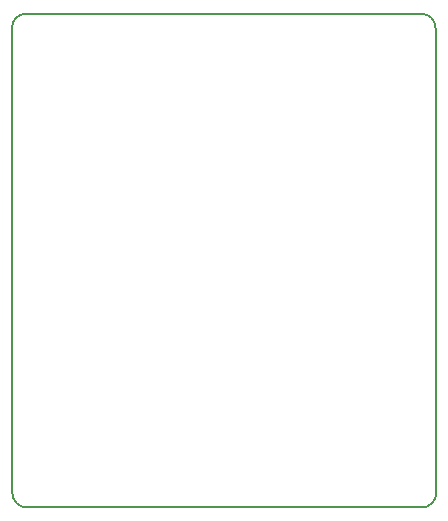
<source format=gbr>
%TF.GenerationSoftware,KiCad,Pcbnew,(6.99.0-1594-g5bf163de80)*%
%TF.CreationDate,2022-06-08T17:32:02-04:00*%
%TF.ProjectId,nrf52840,6e726635-3238-4343-902e-6b696361645f,v1.0*%
%TF.SameCoordinates,Original*%
%TF.FileFunction,Profile,NP*%
%FSLAX46Y46*%
G04 Gerber Fmt 4.6, Leading zero omitted, Abs format (unit mm)*
G04 Created by KiCad (PCBNEW (6.99.0-1594-g5bf163de80)) date 2022-06-08 17:32:02*
%MOMM*%
%LPD*%
G01*
G04 APERTURE LIST*
%TA.AperFunction,Profile*%
%ADD10C,0.200000*%
%TD*%
G04 APERTURE END LIST*
D10*
X180550000Y-82200000D02*
G75*
G03*
X179350000Y-81000000I-1200000J0D01*
G01*
X145875000Y-81000000D02*
X179350000Y-81000000D01*
X144725000Y-121600000D02*
G75*
G03*
X145925000Y-122800000I1200000J0D01*
G01*
X179400000Y-122800000D02*
X145925000Y-122800000D01*
X145875000Y-81000000D02*
G75*
G03*
X144675000Y-82200000I0J-1200000D01*
G01*
X180600000Y-121600000D02*
X180550000Y-82200000D01*
X179400000Y-122800000D02*
G75*
G03*
X180600000Y-121600000I0J1200000D01*
G01*
X144725000Y-121600000D02*
X144675000Y-82200000D01*
M02*

</source>
